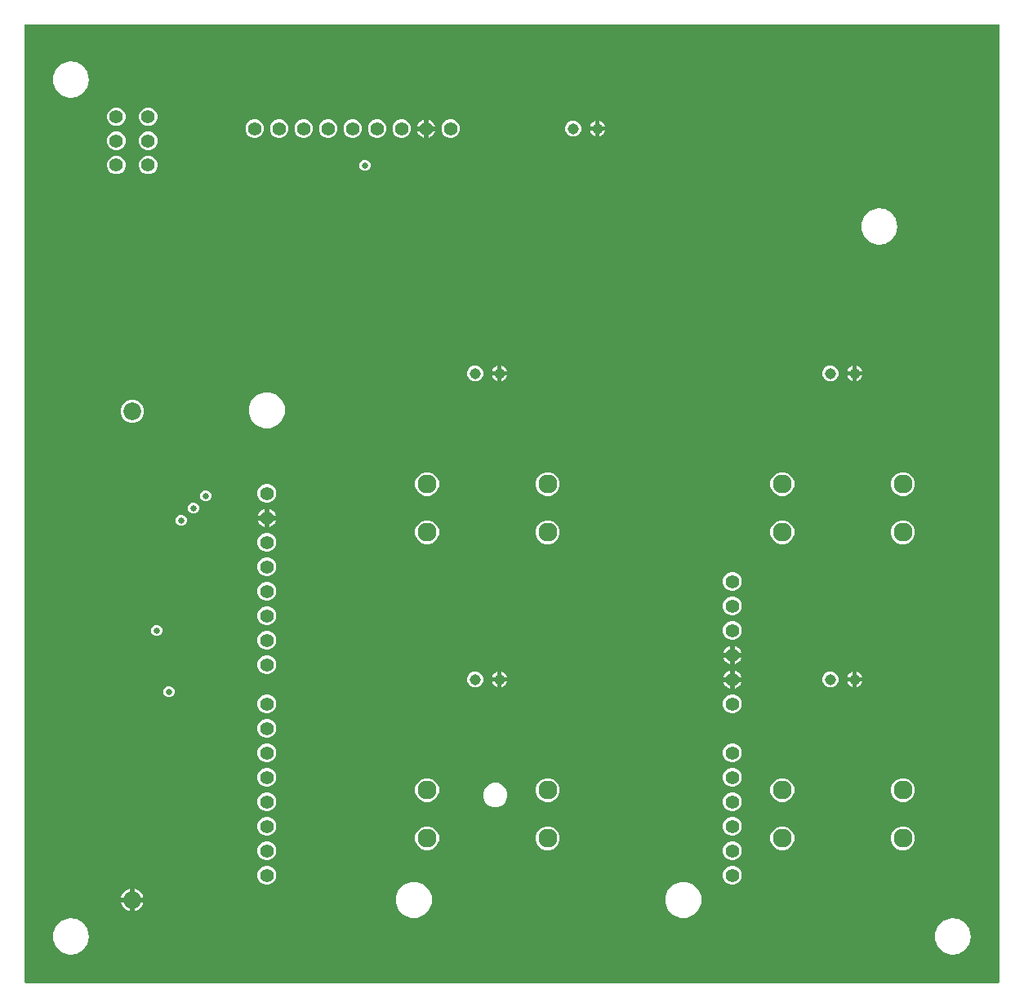
<source format=gbr>
G04 EAGLE Gerber RS-274X export*
G75*
%MOMM*%
%FSLAX34Y34*%
%LPD*%
%INCopper Layer 2*%
%IPPOS*%
%AMOC8*
5,1,8,0,0,1.08239X$1,22.5*%
G01*
%ADD10C,1.849119*%
%ADD11C,1.422400*%
%ADD12C,1.400000*%
%ADD13C,1.137919*%
%ADD14C,1.960000*%
%ADD15C,0.654800*%

G36*
X1012308Y2556D02*
X1012308Y2556D01*
X1012427Y2563D01*
X1012465Y2576D01*
X1012506Y2581D01*
X1012616Y2624D01*
X1012729Y2661D01*
X1012764Y2683D01*
X1012801Y2698D01*
X1012897Y2767D01*
X1012998Y2831D01*
X1013026Y2861D01*
X1013059Y2884D01*
X1013135Y2976D01*
X1013216Y3063D01*
X1013236Y3098D01*
X1013261Y3129D01*
X1013312Y3237D01*
X1013370Y3341D01*
X1013380Y3381D01*
X1013397Y3417D01*
X1013419Y3534D01*
X1013449Y3649D01*
X1013453Y3709D01*
X1013457Y3729D01*
X1013455Y3750D01*
X1013459Y3810D01*
X1013459Y996190D01*
X1013444Y996308D01*
X1013437Y996427D01*
X1013424Y996465D01*
X1013419Y996506D01*
X1013376Y996616D01*
X1013339Y996729D01*
X1013317Y996764D01*
X1013302Y996801D01*
X1013233Y996897D01*
X1013169Y996998D01*
X1013139Y997026D01*
X1013116Y997059D01*
X1013024Y997135D01*
X1012937Y997216D01*
X1012902Y997236D01*
X1012871Y997261D01*
X1012763Y997312D01*
X1012659Y997370D01*
X1012619Y997380D01*
X1012583Y997397D01*
X1012466Y997419D01*
X1012351Y997449D01*
X1012291Y997453D01*
X1012271Y997457D01*
X1012250Y997455D01*
X1012190Y997459D01*
X3810Y997459D01*
X3692Y997444D01*
X3573Y997437D01*
X3535Y997424D01*
X3494Y997419D01*
X3384Y997376D01*
X3271Y997339D01*
X3236Y997317D01*
X3199Y997302D01*
X3103Y997233D01*
X3002Y997169D01*
X2974Y997139D01*
X2941Y997116D01*
X2865Y997024D01*
X2784Y996937D01*
X2764Y996902D01*
X2739Y996871D01*
X2688Y996763D01*
X2630Y996659D01*
X2620Y996619D01*
X2603Y996583D01*
X2581Y996466D01*
X2551Y996351D01*
X2547Y996291D01*
X2543Y996271D01*
X2545Y996250D01*
X2541Y996190D01*
X2541Y3810D01*
X2556Y3692D01*
X2563Y3573D01*
X2576Y3535D01*
X2581Y3494D01*
X2624Y3384D01*
X2661Y3271D01*
X2683Y3236D01*
X2698Y3199D01*
X2767Y3103D01*
X2831Y3002D01*
X2861Y2974D01*
X2884Y2941D01*
X2976Y2865D01*
X3063Y2784D01*
X3098Y2764D01*
X3129Y2739D01*
X3237Y2688D01*
X3341Y2630D01*
X3381Y2620D01*
X3417Y2603D01*
X3534Y2581D01*
X3649Y2551D01*
X3709Y2547D01*
X3729Y2543D01*
X3750Y2545D01*
X3810Y2541D01*
X1012190Y2541D01*
X1012308Y2556D01*
G37*
%LPC*%
G36*
X41289Y923326D02*
X41289Y923326D01*
X35411Y928619D01*
X32193Y935845D01*
X32193Y943755D01*
X35411Y950981D01*
X41289Y956274D01*
X48812Y958718D01*
X56678Y957891D01*
X63528Y953936D01*
X68178Y947537D01*
X69822Y939800D01*
X68178Y932063D01*
X63528Y925664D01*
X56678Y921709D01*
X48812Y920882D01*
X41289Y923326D01*
G37*
%LPD*%
%LPC*%
G36*
X955689Y34326D02*
X955689Y34326D01*
X949811Y39619D01*
X946593Y46845D01*
X946593Y54755D01*
X949811Y61981D01*
X955689Y67274D01*
X963212Y69718D01*
X971078Y68891D01*
X977928Y64936D01*
X982578Y58537D01*
X984222Y50800D01*
X982578Y43063D01*
X977928Y36664D01*
X971078Y32709D01*
X963212Y31882D01*
X955689Y34326D01*
G37*
%LPD*%
%LPC*%
G36*
X879489Y770926D02*
X879489Y770926D01*
X873611Y776219D01*
X870393Y783445D01*
X870393Y791355D01*
X873611Y798581D01*
X879489Y803874D01*
X887012Y806318D01*
X894878Y805491D01*
X901728Y801536D01*
X906378Y795137D01*
X908022Y787400D01*
X906378Y779663D01*
X901728Y773264D01*
X894878Y769309D01*
X887012Y768482D01*
X879489Y770926D01*
G37*
%LPD*%
%LPC*%
G36*
X41289Y34326D02*
X41289Y34326D01*
X35411Y39619D01*
X32193Y46845D01*
X32193Y54755D01*
X35411Y61981D01*
X41289Y67274D01*
X48812Y69718D01*
X56678Y68891D01*
X63528Y64936D01*
X68178Y58537D01*
X69822Y50800D01*
X68178Y43063D01*
X63528Y36664D01*
X56678Y32709D01*
X48812Y31882D01*
X41289Y34326D01*
G37*
%LPD*%
%LPC*%
G36*
X682112Y70359D02*
X682112Y70359D01*
X675298Y73182D01*
X670082Y78398D01*
X667259Y85212D01*
X667259Y92588D01*
X670082Y99402D01*
X675298Y104618D01*
X682112Y107441D01*
X689488Y107441D01*
X696302Y104618D01*
X701518Y99402D01*
X704341Y92588D01*
X704341Y85212D01*
X701518Y78398D01*
X696302Y73182D01*
X689488Y70359D01*
X682112Y70359D01*
G37*
%LPD*%
%LPC*%
G36*
X250312Y578359D02*
X250312Y578359D01*
X243498Y581182D01*
X238282Y586398D01*
X235459Y593212D01*
X235459Y600588D01*
X238282Y607402D01*
X243498Y612618D01*
X250312Y615441D01*
X257688Y615441D01*
X264502Y612618D01*
X269718Y607402D01*
X272541Y600588D01*
X272541Y593212D01*
X269718Y586398D01*
X264502Y581182D01*
X257688Y578359D01*
X250312Y578359D01*
G37*
%LPD*%
%LPC*%
G36*
X402712Y70359D02*
X402712Y70359D01*
X395898Y73182D01*
X390682Y78398D01*
X387859Y85212D01*
X387859Y92588D01*
X390682Y99402D01*
X395898Y104618D01*
X402712Y107441D01*
X410088Y107441D01*
X416902Y104618D01*
X422118Y99402D01*
X424941Y92588D01*
X424941Y85212D01*
X422118Y78398D01*
X416902Y73182D01*
X410088Y70359D01*
X402712Y70359D01*
G37*
%LPD*%
%LPC*%
G36*
X488367Y185063D02*
X488367Y185063D01*
X483758Y186972D01*
X480230Y190500D01*
X478321Y195109D01*
X478321Y200099D01*
X480230Y204708D01*
X483758Y208236D01*
X488367Y210145D01*
X493357Y210145D01*
X497966Y208236D01*
X501494Y204708D01*
X503403Y200099D01*
X503403Y195109D01*
X501494Y190500D01*
X497966Y186972D01*
X493357Y185063D01*
X488367Y185063D01*
G37*
%LPD*%
%LPC*%
G36*
X785945Y190459D02*
X785945Y190459D01*
X781410Y192338D01*
X777938Y195810D01*
X776059Y200345D01*
X776059Y205255D01*
X777938Y209790D01*
X781410Y213262D01*
X785945Y215141D01*
X790855Y215141D01*
X795390Y213262D01*
X798862Y209790D01*
X800741Y205255D01*
X800741Y200345D01*
X798862Y195810D01*
X795390Y192338D01*
X790855Y190459D01*
X785945Y190459D01*
G37*
%LPD*%
%LPC*%
G36*
X910945Y190459D02*
X910945Y190459D01*
X906410Y192338D01*
X902938Y195810D01*
X901059Y200345D01*
X901059Y205255D01*
X902938Y209790D01*
X906410Y213262D01*
X910945Y215141D01*
X915855Y215141D01*
X920390Y213262D01*
X923862Y209790D01*
X925741Y205255D01*
X925741Y200345D01*
X923862Y195810D01*
X920390Y192338D01*
X915855Y190459D01*
X910945Y190459D01*
G37*
%LPD*%
%LPC*%
G36*
X542645Y507959D02*
X542645Y507959D01*
X538110Y509838D01*
X534638Y513310D01*
X532759Y517845D01*
X532759Y522755D01*
X534638Y527290D01*
X538110Y530762D01*
X542645Y532641D01*
X547555Y532641D01*
X552090Y530762D01*
X555562Y527290D01*
X557441Y522755D01*
X557441Y517845D01*
X555562Y513310D01*
X552090Y509838D01*
X547555Y507959D01*
X542645Y507959D01*
G37*
%LPD*%
%LPC*%
G36*
X417645Y507959D02*
X417645Y507959D01*
X413110Y509838D01*
X409638Y513310D01*
X407759Y517845D01*
X407759Y522755D01*
X409638Y527290D01*
X413110Y530762D01*
X417645Y532641D01*
X422555Y532641D01*
X427090Y530762D01*
X430562Y527290D01*
X432441Y522755D01*
X432441Y517845D01*
X430562Y513310D01*
X427090Y509838D01*
X422555Y507959D01*
X417645Y507959D01*
G37*
%LPD*%
%LPC*%
G36*
X910945Y457959D02*
X910945Y457959D01*
X906410Y459838D01*
X902938Y463310D01*
X901059Y467845D01*
X901059Y472755D01*
X902938Y477290D01*
X906410Y480762D01*
X910945Y482641D01*
X915855Y482641D01*
X920390Y480762D01*
X923862Y477290D01*
X925741Y472755D01*
X925741Y467845D01*
X923862Y463310D01*
X920390Y459838D01*
X915855Y457959D01*
X910945Y457959D01*
G37*
%LPD*%
%LPC*%
G36*
X785945Y457959D02*
X785945Y457959D01*
X781410Y459838D01*
X777938Y463310D01*
X776059Y467845D01*
X776059Y472755D01*
X777938Y477290D01*
X781410Y480762D01*
X785945Y482641D01*
X790855Y482641D01*
X795390Y480762D01*
X798862Y477290D01*
X800741Y472755D01*
X800741Y467845D01*
X798862Y463310D01*
X795390Y459838D01*
X790855Y457959D01*
X785945Y457959D01*
G37*
%LPD*%
%LPC*%
G36*
X542645Y457959D02*
X542645Y457959D01*
X538110Y459838D01*
X534638Y463310D01*
X532759Y467845D01*
X532759Y472755D01*
X534638Y477290D01*
X538110Y480762D01*
X542645Y482641D01*
X547555Y482641D01*
X552090Y480762D01*
X555562Y477290D01*
X557441Y472755D01*
X557441Y467845D01*
X555562Y463310D01*
X552090Y459838D01*
X547555Y457959D01*
X542645Y457959D01*
G37*
%LPD*%
%LPC*%
G36*
X417645Y457959D02*
X417645Y457959D01*
X413110Y459838D01*
X409638Y463310D01*
X407759Y467845D01*
X407759Y472755D01*
X409638Y477290D01*
X413110Y480762D01*
X417645Y482641D01*
X422555Y482641D01*
X427090Y480762D01*
X430562Y477290D01*
X432441Y472755D01*
X432441Y467845D01*
X430562Y463310D01*
X427090Y459838D01*
X422555Y457959D01*
X417645Y457959D01*
G37*
%LPD*%
%LPC*%
G36*
X910945Y140459D02*
X910945Y140459D01*
X906410Y142338D01*
X902938Y145810D01*
X901059Y150345D01*
X901059Y155255D01*
X902938Y159790D01*
X906410Y163262D01*
X910945Y165141D01*
X915855Y165141D01*
X920390Y163262D01*
X923862Y159790D01*
X925741Y155255D01*
X925741Y150345D01*
X923862Y145810D01*
X920390Y142338D01*
X915855Y140459D01*
X910945Y140459D01*
G37*
%LPD*%
%LPC*%
G36*
X542645Y140459D02*
X542645Y140459D01*
X538110Y142338D01*
X534638Y145810D01*
X532759Y150345D01*
X532759Y155255D01*
X534638Y159790D01*
X538110Y163262D01*
X542645Y165141D01*
X547555Y165141D01*
X552090Y163262D01*
X555562Y159790D01*
X557441Y155255D01*
X557441Y150345D01*
X555562Y145810D01*
X552090Y142338D01*
X547555Y140459D01*
X542645Y140459D01*
G37*
%LPD*%
%LPC*%
G36*
X417645Y140459D02*
X417645Y140459D01*
X413110Y142338D01*
X409638Y145810D01*
X407759Y150345D01*
X407759Y155255D01*
X409638Y159790D01*
X413110Y163262D01*
X417645Y165141D01*
X422555Y165141D01*
X427090Y163262D01*
X430562Y159790D01*
X432441Y155255D01*
X432441Y150345D01*
X430562Y145810D01*
X427090Y142338D01*
X422555Y140459D01*
X417645Y140459D01*
G37*
%LPD*%
%LPC*%
G36*
X910945Y507959D02*
X910945Y507959D01*
X906410Y509838D01*
X902938Y513310D01*
X901059Y517845D01*
X901059Y522755D01*
X902938Y527290D01*
X906410Y530762D01*
X910945Y532641D01*
X915855Y532641D01*
X920390Y530762D01*
X923862Y527290D01*
X925741Y522755D01*
X925741Y517845D01*
X923862Y513310D01*
X920390Y509838D01*
X915855Y507959D01*
X910945Y507959D01*
G37*
%LPD*%
%LPC*%
G36*
X785945Y140459D02*
X785945Y140459D01*
X781410Y142338D01*
X777938Y145810D01*
X776059Y150345D01*
X776059Y155255D01*
X777938Y159790D01*
X781410Y163262D01*
X785945Y165141D01*
X790855Y165141D01*
X795390Y163262D01*
X798862Y159790D01*
X800741Y155255D01*
X800741Y150345D01*
X798862Y145810D01*
X795390Y142338D01*
X790855Y140459D01*
X785945Y140459D01*
G37*
%LPD*%
%LPC*%
G36*
X785945Y507959D02*
X785945Y507959D01*
X781410Y509838D01*
X777938Y513310D01*
X776059Y517845D01*
X776059Y522755D01*
X777938Y527290D01*
X781410Y530762D01*
X785945Y532641D01*
X790855Y532641D01*
X795390Y530762D01*
X798862Y527290D01*
X800741Y522755D01*
X800741Y517845D01*
X798862Y513310D01*
X795390Y509838D01*
X790855Y507959D01*
X785945Y507959D01*
G37*
%LPD*%
%LPC*%
G36*
X417645Y190459D02*
X417645Y190459D01*
X413110Y192338D01*
X409638Y195810D01*
X407759Y200345D01*
X407759Y205255D01*
X409638Y209790D01*
X413110Y213262D01*
X417645Y215141D01*
X422555Y215141D01*
X427090Y213262D01*
X430562Y209790D01*
X432441Y205255D01*
X432441Y200345D01*
X430562Y195810D01*
X427090Y192338D01*
X422555Y190459D01*
X417645Y190459D01*
G37*
%LPD*%
%LPC*%
G36*
X542645Y190459D02*
X542645Y190459D01*
X538110Y192338D01*
X534638Y195810D01*
X532759Y200345D01*
X532759Y205255D01*
X534638Y209790D01*
X538110Y213262D01*
X542645Y215141D01*
X547555Y215141D01*
X552090Y213262D01*
X555562Y209790D01*
X557441Y205255D01*
X557441Y200345D01*
X555562Y195810D01*
X552090Y192338D01*
X547555Y190459D01*
X542645Y190459D01*
G37*
%LPD*%
%LPC*%
G36*
X111956Y583844D02*
X111956Y583844D01*
X107624Y585638D01*
X104308Y588954D01*
X102514Y593286D01*
X102514Y597974D01*
X104308Y602306D01*
X107624Y605622D01*
X111956Y607416D01*
X116644Y607416D01*
X120976Y605622D01*
X124292Y602306D01*
X126086Y597974D01*
X126086Y593286D01*
X124292Y588954D01*
X120976Y585638D01*
X116644Y583844D01*
X111956Y583844D01*
G37*
%LPD*%
%LPC*%
G36*
X734680Y180847D02*
X734680Y180847D01*
X731132Y182317D01*
X728417Y185032D01*
X726947Y188580D01*
X726947Y192420D01*
X728417Y195968D01*
X731132Y198683D01*
X734680Y200153D01*
X738520Y200153D01*
X742068Y198683D01*
X744783Y195968D01*
X746253Y192420D01*
X746253Y188580D01*
X744783Y185032D01*
X742068Y182317D01*
X738520Y180847D01*
X734680Y180847D01*
G37*
%LPD*%
%LPC*%
G36*
X734680Y358647D02*
X734680Y358647D01*
X731132Y360117D01*
X728417Y362832D01*
X726947Y366380D01*
X726947Y370220D01*
X728417Y373768D01*
X731132Y376483D01*
X734680Y377953D01*
X738520Y377953D01*
X742068Y376483D01*
X744783Y373768D01*
X746253Y370220D01*
X746253Y366380D01*
X744783Y362832D01*
X742068Y360117D01*
X738520Y358647D01*
X734680Y358647D01*
G37*
%LPD*%
%LPC*%
G36*
X252080Y373887D02*
X252080Y373887D01*
X248532Y375357D01*
X245817Y378072D01*
X244347Y381620D01*
X244347Y385460D01*
X245817Y389008D01*
X248532Y391723D01*
X252080Y393193D01*
X255920Y393193D01*
X259468Y391723D01*
X262183Y389008D01*
X263653Y385460D01*
X263653Y381620D01*
X262183Y378072D01*
X259468Y375357D01*
X255920Y373887D01*
X252080Y373887D01*
G37*
%LPD*%
%LPC*%
G36*
X252080Y450087D02*
X252080Y450087D01*
X248532Y451557D01*
X245817Y454272D01*
X244347Y457820D01*
X244347Y461660D01*
X245817Y465208D01*
X248532Y467923D01*
X252080Y469393D01*
X255920Y469393D01*
X259468Y467923D01*
X262183Y465208D01*
X263653Y461660D01*
X263653Y457820D01*
X262183Y454272D01*
X259468Y451557D01*
X255920Y450087D01*
X252080Y450087D01*
G37*
%LPD*%
%LPC*%
G36*
X734680Y155447D02*
X734680Y155447D01*
X731132Y156917D01*
X728417Y159632D01*
X726947Y163180D01*
X726947Y167020D01*
X728417Y170568D01*
X731132Y173283D01*
X734680Y174753D01*
X738520Y174753D01*
X742068Y173283D01*
X744783Y170568D01*
X746253Y167020D01*
X746253Y163180D01*
X744783Y159632D01*
X742068Y156917D01*
X738520Y155447D01*
X734680Y155447D01*
G37*
%LPD*%
%LPC*%
G36*
X252080Y323087D02*
X252080Y323087D01*
X248532Y324557D01*
X245817Y327272D01*
X244347Y330820D01*
X244347Y334660D01*
X245817Y338208D01*
X248532Y340923D01*
X252080Y342393D01*
X255920Y342393D01*
X259468Y340923D01*
X262183Y338208D01*
X263653Y334660D01*
X263653Y330820D01*
X262183Y327272D01*
X259468Y324557D01*
X255920Y323087D01*
X252080Y323087D01*
G37*
%LPD*%
%LPC*%
G36*
X252080Y155447D02*
X252080Y155447D01*
X248532Y156917D01*
X245817Y159632D01*
X244347Y163180D01*
X244347Y167020D01*
X245817Y170568D01*
X248532Y173283D01*
X252080Y174753D01*
X255920Y174753D01*
X259468Y173283D01*
X262183Y170568D01*
X263653Y167020D01*
X263653Y163180D01*
X262183Y159632D01*
X259468Y156917D01*
X255920Y155447D01*
X252080Y155447D01*
G37*
%LPD*%
%LPC*%
G36*
X734680Y409447D02*
X734680Y409447D01*
X731132Y410917D01*
X728417Y413632D01*
X726947Y417180D01*
X726947Y421020D01*
X728417Y424568D01*
X731132Y427283D01*
X734680Y428753D01*
X738520Y428753D01*
X742068Y427283D01*
X744783Y424568D01*
X746253Y421020D01*
X746253Y417180D01*
X744783Y413632D01*
X742068Y410917D01*
X738520Y409447D01*
X734680Y409447D01*
G37*
%LPD*%
%LPC*%
G36*
X734680Y384047D02*
X734680Y384047D01*
X731132Y385517D01*
X728417Y388232D01*
X726947Y391780D01*
X726947Y395620D01*
X728417Y399168D01*
X731132Y401883D01*
X734680Y403353D01*
X738520Y403353D01*
X742068Y401883D01*
X744783Y399168D01*
X746253Y395620D01*
X746253Y391780D01*
X744783Y388232D01*
X742068Y385517D01*
X738520Y384047D01*
X734680Y384047D01*
G37*
%LPD*%
%LPC*%
G36*
X252080Y180847D02*
X252080Y180847D01*
X248532Y182317D01*
X245817Y185032D01*
X244347Y188580D01*
X244347Y192420D01*
X245817Y195968D01*
X248532Y198683D01*
X252080Y200153D01*
X255920Y200153D01*
X259468Y198683D01*
X262183Y195968D01*
X263653Y192420D01*
X263653Y188580D01*
X262183Y185032D01*
X259468Y182317D01*
X255920Y180847D01*
X252080Y180847D01*
G37*
%LPD*%
%LPC*%
G36*
X252080Y500887D02*
X252080Y500887D01*
X248532Y502357D01*
X245817Y505072D01*
X244347Y508620D01*
X244347Y512460D01*
X245817Y516008D01*
X248532Y518723D01*
X252080Y520193D01*
X255920Y520193D01*
X259468Y518723D01*
X262183Y516008D01*
X263653Y512460D01*
X263653Y508620D01*
X262183Y505072D01*
X259468Y502357D01*
X255920Y500887D01*
X252080Y500887D01*
G37*
%LPD*%
%LPC*%
G36*
X734680Y130047D02*
X734680Y130047D01*
X731132Y131517D01*
X728417Y134232D01*
X726947Y137780D01*
X726947Y141620D01*
X728417Y145168D01*
X731132Y147883D01*
X734680Y149353D01*
X738520Y149353D01*
X742068Y147883D01*
X744783Y145168D01*
X746253Y141620D01*
X746253Y137780D01*
X744783Y134232D01*
X742068Y131517D01*
X738520Y130047D01*
X734680Y130047D01*
G37*
%LPD*%
%LPC*%
G36*
X252080Y130047D02*
X252080Y130047D01*
X248532Y131517D01*
X245817Y134232D01*
X244347Y137780D01*
X244347Y141620D01*
X245817Y145168D01*
X248532Y147883D01*
X252080Y149353D01*
X255920Y149353D01*
X259468Y147883D01*
X262183Y145168D01*
X263653Y141620D01*
X263653Y137780D01*
X262183Y134232D01*
X259468Y131517D01*
X255920Y130047D01*
X252080Y130047D01*
G37*
%LPD*%
%LPC*%
G36*
X252080Y104647D02*
X252080Y104647D01*
X248532Y106117D01*
X245817Y108832D01*
X244347Y112380D01*
X244347Y116220D01*
X245817Y119768D01*
X248532Y122483D01*
X252080Y123953D01*
X255920Y123953D01*
X259468Y122483D01*
X262183Y119768D01*
X263653Y116220D01*
X263653Y112380D01*
X262183Y108832D01*
X259468Y106117D01*
X255920Y104647D01*
X252080Y104647D01*
G37*
%LPD*%
%LPC*%
G36*
X734680Y231647D02*
X734680Y231647D01*
X731132Y233117D01*
X728417Y235832D01*
X726947Y239380D01*
X726947Y243220D01*
X728417Y246768D01*
X731132Y249483D01*
X734680Y250953D01*
X738520Y250953D01*
X742068Y249483D01*
X744783Y246768D01*
X746253Y243220D01*
X746253Y239380D01*
X744783Y235832D01*
X742068Y233117D01*
X738520Y231647D01*
X734680Y231647D01*
G37*
%LPD*%
%LPC*%
G36*
X252080Y231647D02*
X252080Y231647D01*
X248532Y233117D01*
X245817Y235832D01*
X244347Y239380D01*
X244347Y243220D01*
X245817Y246768D01*
X248532Y249483D01*
X252080Y250953D01*
X255920Y250953D01*
X259468Y249483D01*
X262183Y246768D01*
X263653Y243220D01*
X263653Y239380D01*
X262183Y235832D01*
X259468Y233117D01*
X255920Y231647D01*
X252080Y231647D01*
G37*
%LPD*%
%LPC*%
G36*
X734680Y206247D02*
X734680Y206247D01*
X731132Y207717D01*
X728417Y210432D01*
X726947Y213980D01*
X726947Y217820D01*
X728417Y221368D01*
X731132Y224083D01*
X734680Y225553D01*
X738520Y225553D01*
X742068Y224083D01*
X744783Y221368D01*
X746253Y217820D01*
X746253Y213980D01*
X744783Y210432D01*
X742068Y207717D01*
X738520Y206247D01*
X734680Y206247D01*
G37*
%LPD*%
%LPC*%
G36*
X252080Y424687D02*
X252080Y424687D01*
X248532Y426157D01*
X245817Y428872D01*
X244347Y432420D01*
X244347Y436260D01*
X245817Y439808D01*
X248532Y442523D01*
X252080Y443993D01*
X255920Y443993D01*
X259468Y442523D01*
X262183Y439808D01*
X263653Y436260D01*
X263653Y432420D01*
X262183Y428872D01*
X259468Y426157D01*
X255920Y424687D01*
X252080Y424687D01*
G37*
%LPD*%
%LPC*%
G36*
X734680Y282447D02*
X734680Y282447D01*
X731132Y283917D01*
X728417Y286632D01*
X726947Y290180D01*
X726947Y294020D01*
X728417Y297568D01*
X731132Y300283D01*
X734680Y301753D01*
X738520Y301753D01*
X742068Y300283D01*
X744783Y297568D01*
X746253Y294020D01*
X746253Y290180D01*
X744783Y286632D01*
X742068Y283917D01*
X738520Y282447D01*
X734680Y282447D01*
G37*
%LPD*%
%LPC*%
G36*
X252080Y257047D02*
X252080Y257047D01*
X248532Y258517D01*
X245817Y261232D01*
X244347Y264780D01*
X244347Y268620D01*
X245817Y272168D01*
X248532Y274883D01*
X252080Y276353D01*
X255920Y276353D01*
X259468Y274883D01*
X262183Y272168D01*
X263653Y268620D01*
X263653Y264780D01*
X262183Y261232D01*
X259468Y258517D01*
X255920Y257047D01*
X252080Y257047D01*
G37*
%LPD*%
%LPC*%
G36*
X252080Y206247D02*
X252080Y206247D01*
X248532Y207717D01*
X245817Y210432D01*
X244347Y213980D01*
X244347Y217820D01*
X245817Y221368D01*
X248532Y224083D01*
X252080Y225553D01*
X255920Y225553D01*
X259468Y224083D01*
X262183Y221368D01*
X263653Y217820D01*
X263653Y213980D01*
X262183Y210432D01*
X259468Y207717D01*
X255920Y206247D01*
X252080Y206247D01*
G37*
%LPD*%
%LPC*%
G36*
X734680Y104647D02*
X734680Y104647D01*
X731132Y106117D01*
X728417Y108832D01*
X726947Y112380D01*
X726947Y116220D01*
X728417Y119768D01*
X731132Y122483D01*
X734680Y123953D01*
X738520Y123953D01*
X742068Y122483D01*
X744783Y119768D01*
X746253Y116220D01*
X746253Y112380D01*
X744783Y108832D01*
X742068Y106117D01*
X738520Y104647D01*
X734680Y104647D01*
G37*
%LPD*%
%LPC*%
G36*
X252080Y399287D02*
X252080Y399287D01*
X248532Y400757D01*
X245817Y403472D01*
X244347Y407020D01*
X244347Y410860D01*
X245817Y414408D01*
X248532Y417123D01*
X252080Y418593D01*
X255920Y418593D01*
X259468Y417123D01*
X262183Y414408D01*
X263653Y410860D01*
X263653Y407020D01*
X262183Y403472D01*
X259468Y400757D01*
X255920Y399287D01*
X252080Y399287D01*
G37*
%LPD*%
%LPC*%
G36*
X252080Y348487D02*
X252080Y348487D01*
X248532Y349957D01*
X245817Y352672D01*
X244347Y356220D01*
X244347Y360060D01*
X245817Y363608D01*
X248532Y366323D01*
X252080Y367793D01*
X255920Y367793D01*
X259468Y366323D01*
X262183Y363608D01*
X263653Y360060D01*
X263653Y356220D01*
X262183Y352672D01*
X259468Y349957D01*
X255920Y348487D01*
X252080Y348487D01*
G37*
%LPD*%
%LPC*%
G36*
X252080Y282447D02*
X252080Y282447D01*
X248532Y283917D01*
X245817Y286632D01*
X244347Y290180D01*
X244347Y294020D01*
X245817Y297568D01*
X248532Y300283D01*
X252080Y301753D01*
X255920Y301753D01*
X259468Y300283D01*
X262183Y297568D01*
X263653Y294020D01*
X263653Y290180D01*
X262183Y286632D01*
X259468Y283917D01*
X255920Y282447D01*
X252080Y282447D01*
G37*
%LPD*%
%LPC*%
G36*
X95902Y891759D02*
X95902Y891759D01*
X92396Y893212D01*
X89712Y895896D01*
X88259Y899402D01*
X88259Y903198D01*
X89712Y906704D01*
X92396Y909388D01*
X95902Y910841D01*
X99698Y910841D01*
X103204Y909388D01*
X105888Y906704D01*
X107341Y903198D01*
X107341Y899402D01*
X105888Y895896D01*
X103204Y893212D01*
X99698Y891759D01*
X95902Y891759D01*
G37*
%LPD*%
%LPC*%
G36*
X442602Y879459D02*
X442602Y879459D01*
X439096Y880912D01*
X436412Y883596D01*
X434959Y887102D01*
X434959Y890898D01*
X436412Y894404D01*
X439096Y897088D01*
X442602Y898541D01*
X446398Y898541D01*
X449904Y897088D01*
X452588Y894404D01*
X454041Y890898D01*
X454041Y887102D01*
X452588Y883596D01*
X449904Y880912D01*
X446398Y879459D01*
X442602Y879459D01*
G37*
%LPD*%
%LPC*%
G36*
X391802Y879459D02*
X391802Y879459D01*
X388296Y880912D01*
X385612Y883596D01*
X384159Y887102D01*
X384159Y890898D01*
X385612Y894404D01*
X388296Y897088D01*
X391802Y898541D01*
X395598Y898541D01*
X399104Y897088D01*
X401788Y894404D01*
X403241Y890898D01*
X403241Y887102D01*
X401788Y883596D01*
X399104Y880912D01*
X395598Y879459D01*
X391802Y879459D01*
G37*
%LPD*%
%LPC*%
G36*
X366402Y879459D02*
X366402Y879459D01*
X362896Y880912D01*
X360212Y883596D01*
X358759Y887102D01*
X358759Y890898D01*
X360212Y894404D01*
X362896Y897088D01*
X366402Y898541D01*
X370198Y898541D01*
X373704Y897088D01*
X376388Y894404D01*
X377841Y890898D01*
X377841Y887102D01*
X376388Y883596D01*
X373704Y880912D01*
X370198Y879459D01*
X366402Y879459D01*
G37*
%LPD*%
%LPC*%
G36*
X290202Y879459D02*
X290202Y879459D01*
X286696Y880912D01*
X284012Y883596D01*
X282559Y887102D01*
X282559Y890898D01*
X284012Y894404D01*
X286696Y897088D01*
X290202Y898541D01*
X293998Y898541D01*
X297504Y897088D01*
X300188Y894404D01*
X301641Y890898D01*
X301641Y887102D01*
X300188Y883596D01*
X297504Y880912D01*
X293998Y879459D01*
X290202Y879459D01*
G37*
%LPD*%
%LPC*%
G36*
X264802Y879459D02*
X264802Y879459D01*
X261296Y880912D01*
X258612Y883596D01*
X257159Y887102D01*
X257159Y890898D01*
X258612Y894404D01*
X261296Y897088D01*
X264802Y898541D01*
X268598Y898541D01*
X272104Y897088D01*
X274788Y894404D01*
X276241Y890898D01*
X276241Y887102D01*
X274788Y883596D01*
X272104Y880912D01*
X268598Y879459D01*
X264802Y879459D01*
G37*
%LPD*%
%LPC*%
G36*
X239402Y879459D02*
X239402Y879459D01*
X235896Y880912D01*
X233212Y883596D01*
X231759Y887102D01*
X231759Y890898D01*
X233212Y894404D01*
X235896Y897088D01*
X239402Y898541D01*
X243198Y898541D01*
X246704Y897088D01*
X249388Y894404D01*
X250841Y890898D01*
X250841Y887102D01*
X249388Y883596D01*
X246704Y880912D01*
X243198Y879459D01*
X239402Y879459D01*
G37*
%LPD*%
%LPC*%
G36*
X341002Y879459D02*
X341002Y879459D01*
X337496Y880912D01*
X334812Y883596D01*
X333359Y887102D01*
X333359Y890898D01*
X334812Y894404D01*
X337496Y897088D01*
X341002Y898541D01*
X344798Y898541D01*
X348304Y897088D01*
X350988Y894404D01*
X352441Y890898D01*
X352441Y887102D01*
X350988Y883596D01*
X348304Y880912D01*
X344798Y879459D01*
X341002Y879459D01*
G37*
%LPD*%
%LPC*%
G36*
X315602Y879459D02*
X315602Y879459D01*
X312096Y880912D01*
X309412Y883596D01*
X307959Y887102D01*
X307959Y890898D01*
X309412Y894404D01*
X312096Y897088D01*
X315602Y898541D01*
X319398Y898541D01*
X322904Y897088D01*
X325588Y894404D01*
X327041Y890898D01*
X327041Y887102D01*
X325588Y883596D01*
X322904Y880912D01*
X319398Y879459D01*
X315602Y879459D01*
G37*
%LPD*%
%LPC*%
G36*
X128902Y866759D02*
X128902Y866759D01*
X125396Y868212D01*
X122712Y870896D01*
X121259Y874402D01*
X121259Y878198D01*
X122712Y881704D01*
X125396Y884388D01*
X128902Y885841D01*
X132698Y885841D01*
X136204Y884388D01*
X138888Y881704D01*
X140341Y878198D01*
X140341Y874402D01*
X138888Y870896D01*
X136204Y868212D01*
X132698Y866759D01*
X128902Y866759D01*
G37*
%LPD*%
%LPC*%
G36*
X95902Y866759D02*
X95902Y866759D01*
X92396Y868212D01*
X89712Y870896D01*
X88259Y874402D01*
X88259Y878198D01*
X89712Y881704D01*
X92396Y884388D01*
X95902Y885841D01*
X99698Y885841D01*
X103204Y884388D01*
X105888Y881704D01*
X107341Y878198D01*
X107341Y874402D01*
X105888Y870896D01*
X103204Y868212D01*
X99698Y866759D01*
X95902Y866759D01*
G37*
%LPD*%
%LPC*%
G36*
X128902Y841759D02*
X128902Y841759D01*
X125396Y843212D01*
X122712Y845896D01*
X121259Y849402D01*
X121259Y853198D01*
X122712Y856704D01*
X125396Y859388D01*
X128902Y860841D01*
X132698Y860841D01*
X136204Y859388D01*
X138888Y856704D01*
X140341Y853198D01*
X140341Y849402D01*
X138888Y845896D01*
X136204Y843212D01*
X132698Y841759D01*
X128902Y841759D01*
G37*
%LPD*%
%LPC*%
G36*
X95902Y841759D02*
X95902Y841759D01*
X92396Y843212D01*
X89712Y845896D01*
X88259Y849402D01*
X88259Y853198D01*
X89712Y856704D01*
X92396Y859388D01*
X95902Y860841D01*
X99698Y860841D01*
X103204Y859388D01*
X105888Y856704D01*
X107341Y853198D01*
X107341Y849402D01*
X105888Y845896D01*
X103204Y843212D01*
X99698Y841759D01*
X95902Y841759D01*
G37*
%LPD*%
%LPC*%
G36*
X128902Y891759D02*
X128902Y891759D01*
X125396Y893212D01*
X122712Y895896D01*
X121259Y899402D01*
X121259Y903198D01*
X122712Y906704D01*
X125396Y909388D01*
X128902Y910841D01*
X132698Y910841D01*
X136204Y909388D01*
X138888Y906704D01*
X140341Y903198D01*
X140341Y899402D01*
X138888Y895896D01*
X136204Y893212D01*
X132698Y891759D01*
X128902Y891759D01*
G37*
%LPD*%
%LPC*%
G36*
X569863Y880770D02*
X569863Y880770D01*
X566838Y882023D01*
X564523Y884338D01*
X563270Y887363D01*
X563270Y890637D01*
X564523Y893662D01*
X566838Y895977D01*
X569863Y897230D01*
X573137Y897230D01*
X576162Y895977D01*
X578477Y893662D01*
X579730Y890637D01*
X579730Y887363D01*
X578477Y884338D01*
X576162Y882023D01*
X573137Y880770D01*
X569863Y880770D01*
G37*
%LPD*%
%LPC*%
G36*
X468263Y626770D02*
X468263Y626770D01*
X465238Y628023D01*
X462923Y630338D01*
X461670Y633363D01*
X461670Y636637D01*
X462923Y639662D01*
X465238Y641977D01*
X468263Y643230D01*
X471537Y643230D01*
X474562Y641977D01*
X476877Y639662D01*
X478130Y636637D01*
X478130Y633363D01*
X476877Y630338D01*
X474562Y628023D01*
X471537Y626770D01*
X468263Y626770D01*
G37*
%LPD*%
%LPC*%
G36*
X836563Y626770D02*
X836563Y626770D01*
X833538Y628023D01*
X831223Y630338D01*
X829970Y633363D01*
X829970Y636637D01*
X831223Y639662D01*
X833538Y641977D01*
X836563Y643230D01*
X839837Y643230D01*
X842862Y641977D01*
X845177Y639662D01*
X846430Y636637D01*
X846430Y633363D01*
X845177Y630338D01*
X842862Y628023D01*
X839837Y626770D01*
X836563Y626770D01*
G37*
%LPD*%
%LPC*%
G36*
X836563Y309270D02*
X836563Y309270D01*
X833538Y310523D01*
X831223Y312838D01*
X829970Y315863D01*
X829970Y319137D01*
X831223Y322162D01*
X833538Y324477D01*
X836563Y325730D01*
X839837Y325730D01*
X842862Y324477D01*
X845177Y322162D01*
X846430Y319137D01*
X846430Y315863D01*
X845177Y312838D01*
X842862Y310523D01*
X839837Y309270D01*
X836563Y309270D01*
G37*
%LPD*%
%LPC*%
G36*
X468263Y309270D02*
X468263Y309270D01*
X465238Y310523D01*
X462923Y312838D01*
X461670Y315863D01*
X461670Y319137D01*
X462923Y322162D01*
X465238Y324477D01*
X468263Y325730D01*
X471537Y325730D01*
X474562Y324477D01*
X476877Y322162D01*
X478130Y319137D01*
X478130Y315863D01*
X476877Y312838D01*
X474562Y310523D01*
X471537Y309270D01*
X468263Y309270D01*
G37*
%LPD*%
%LPC*%
G36*
X189343Y502185D02*
X189343Y502185D01*
X187206Y503070D01*
X185570Y504706D01*
X184685Y506843D01*
X184685Y509157D01*
X185570Y511294D01*
X187206Y512930D01*
X189343Y513815D01*
X191657Y513815D01*
X193794Y512930D01*
X195430Y511294D01*
X196315Y509157D01*
X196315Y506843D01*
X195430Y504706D01*
X193794Y503070D01*
X191657Y502185D01*
X189343Y502185D01*
G37*
%LPD*%
%LPC*%
G36*
X163943Y476785D02*
X163943Y476785D01*
X161806Y477670D01*
X160170Y479306D01*
X159285Y481443D01*
X159285Y483757D01*
X160170Y485894D01*
X161806Y487530D01*
X163943Y488415D01*
X166257Y488415D01*
X168394Y487530D01*
X170030Y485894D01*
X170915Y483757D01*
X170915Y481443D01*
X170030Y479306D01*
X168394Y477670D01*
X166257Y476785D01*
X163943Y476785D01*
G37*
%LPD*%
%LPC*%
G36*
X176643Y489485D02*
X176643Y489485D01*
X174506Y490370D01*
X172870Y492006D01*
X171985Y494143D01*
X171985Y496457D01*
X172870Y498594D01*
X174506Y500230D01*
X176643Y501115D01*
X178957Y501115D01*
X181094Y500230D01*
X182730Y498594D01*
X183615Y496457D01*
X183615Y494143D01*
X182730Y492006D01*
X181094Y490370D01*
X178957Y489485D01*
X176643Y489485D01*
G37*
%LPD*%
%LPC*%
G36*
X138543Y362485D02*
X138543Y362485D01*
X136406Y363370D01*
X134770Y365006D01*
X133885Y367143D01*
X133885Y369457D01*
X134770Y371594D01*
X136406Y373230D01*
X138543Y374115D01*
X140857Y374115D01*
X142994Y373230D01*
X144630Y371594D01*
X145515Y369457D01*
X145515Y367143D01*
X144630Y365006D01*
X142994Y363370D01*
X140857Y362485D01*
X138543Y362485D01*
G37*
%LPD*%
%LPC*%
G36*
X151243Y298985D02*
X151243Y298985D01*
X149106Y299870D01*
X147470Y301506D01*
X146585Y303643D01*
X146585Y305957D01*
X147470Y308094D01*
X149106Y309730D01*
X151243Y310615D01*
X153557Y310615D01*
X155694Y309730D01*
X157330Y308094D01*
X158215Y305957D01*
X158215Y303643D01*
X157330Y301506D01*
X155694Y299870D01*
X153557Y298985D01*
X151243Y298985D01*
G37*
%LPD*%
%LPC*%
G36*
X354443Y845085D02*
X354443Y845085D01*
X352306Y845970D01*
X350670Y847606D01*
X349785Y849743D01*
X349785Y852057D01*
X350670Y854194D01*
X352306Y855830D01*
X354443Y856715D01*
X356757Y856715D01*
X358894Y855830D01*
X360530Y854194D01*
X361415Y852057D01*
X361415Y849743D01*
X360530Y847606D01*
X358894Y845970D01*
X356757Y845085D01*
X354443Y845085D01*
G37*
%LPD*%
%LPC*%
G36*
X116839Y91439D02*
X116839Y91439D01*
X116839Y100431D01*
X117060Y100396D01*
X118824Y99823D01*
X120477Y98981D01*
X121978Y97890D01*
X123290Y96578D01*
X124381Y95077D01*
X125223Y93424D01*
X125796Y91660D01*
X125831Y91439D01*
X116839Y91439D01*
G37*
%LPD*%
%LPC*%
G36*
X116839Y86361D02*
X116839Y86361D01*
X125831Y86361D01*
X125796Y86140D01*
X125223Y84376D01*
X124381Y82723D01*
X123290Y81222D01*
X121978Y79910D01*
X120477Y78819D01*
X118824Y77977D01*
X117060Y77404D01*
X116839Y77369D01*
X116839Y86361D01*
G37*
%LPD*%
%LPC*%
G36*
X102769Y91439D02*
X102769Y91439D01*
X102804Y91660D01*
X103377Y93424D01*
X104219Y95077D01*
X105310Y96578D01*
X106622Y97890D01*
X108123Y98981D01*
X109776Y99823D01*
X111540Y100396D01*
X111761Y100431D01*
X111761Y91439D01*
X102769Y91439D01*
G37*
%LPD*%
%LPC*%
G36*
X111540Y77404D02*
X111540Y77404D01*
X109776Y77977D01*
X108123Y78819D01*
X106622Y79910D01*
X105310Y81222D01*
X104219Y82723D01*
X103377Y84376D01*
X102804Y86140D01*
X102769Y86361D01*
X111761Y86361D01*
X111761Y77369D01*
X111540Y77404D01*
G37*
%LPD*%
%LPC*%
G36*
X739139Y320039D02*
X739139Y320039D01*
X739139Y326824D01*
X740305Y326446D01*
X741659Y325756D01*
X742888Y324863D01*
X743963Y323788D01*
X744856Y322559D01*
X745546Y321205D01*
X745924Y320039D01*
X739139Y320039D01*
G37*
%LPD*%
%LPC*%
G36*
X256539Y487679D02*
X256539Y487679D01*
X256539Y494464D01*
X257705Y494086D01*
X259059Y493396D01*
X260288Y492503D01*
X261363Y491428D01*
X262256Y490199D01*
X262946Y488845D01*
X263324Y487679D01*
X256539Y487679D01*
G37*
%LPD*%
%LPC*%
G36*
X739139Y345439D02*
X739139Y345439D01*
X739139Y352224D01*
X740305Y351846D01*
X741659Y351156D01*
X742888Y350263D01*
X743963Y349188D01*
X744856Y347959D01*
X745546Y346605D01*
X745924Y345439D01*
X739139Y345439D01*
G37*
%LPD*%
%LPC*%
G36*
X256539Y482601D02*
X256539Y482601D01*
X263324Y482601D01*
X262946Y481435D01*
X262256Y480081D01*
X261363Y478852D01*
X260288Y477777D01*
X259059Y476884D01*
X257705Y476194D01*
X256539Y475816D01*
X256539Y482601D01*
G37*
%LPD*%
%LPC*%
G36*
X244676Y487679D02*
X244676Y487679D01*
X245054Y488845D01*
X245744Y490199D01*
X246637Y491428D01*
X247712Y492503D01*
X248941Y493396D01*
X250295Y494086D01*
X251461Y494464D01*
X251461Y487679D01*
X244676Y487679D01*
G37*
%LPD*%
%LPC*%
G36*
X739139Y314961D02*
X739139Y314961D01*
X745924Y314961D01*
X745546Y313795D01*
X744856Y312441D01*
X743963Y311212D01*
X742888Y310137D01*
X741659Y309244D01*
X740305Y308554D01*
X739139Y308176D01*
X739139Y314961D01*
G37*
%LPD*%
%LPC*%
G36*
X727276Y320039D02*
X727276Y320039D01*
X727654Y321205D01*
X728344Y322559D01*
X729237Y323788D01*
X730312Y324863D01*
X731541Y325756D01*
X732895Y326446D01*
X734061Y326824D01*
X734061Y320039D01*
X727276Y320039D01*
G37*
%LPD*%
%LPC*%
G36*
X739139Y340361D02*
X739139Y340361D01*
X745924Y340361D01*
X745546Y339195D01*
X744856Y337841D01*
X743963Y336612D01*
X742888Y335537D01*
X741659Y334644D01*
X740305Y333954D01*
X739139Y333576D01*
X739139Y340361D01*
G37*
%LPD*%
%LPC*%
G36*
X727276Y345439D02*
X727276Y345439D01*
X727654Y346605D01*
X728344Y347959D01*
X729237Y349188D01*
X730312Y350263D01*
X731541Y351156D01*
X732895Y351846D01*
X734061Y352224D01*
X734061Y345439D01*
X727276Y345439D01*
G37*
%LPD*%
%LPC*%
G36*
X732895Y333954D02*
X732895Y333954D01*
X731541Y334644D01*
X730312Y335537D01*
X729237Y336612D01*
X728344Y337841D01*
X727654Y339195D01*
X727276Y340361D01*
X734061Y340361D01*
X734061Y333576D01*
X732895Y333954D01*
G37*
%LPD*%
%LPC*%
G36*
X732895Y308554D02*
X732895Y308554D01*
X731541Y309244D01*
X730312Y310137D01*
X729237Y311212D01*
X728344Y312441D01*
X727654Y313795D01*
X727276Y314961D01*
X734061Y314961D01*
X734061Y308176D01*
X732895Y308554D01*
G37*
%LPD*%
%LPC*%
G36*
X250295Y476194D02*
X250295Y476194D01*
X248941Y476884D01*
X247712Y477777D01*
X246637Y478852D01*
X245744Y480081D01*
X245054Y481435D01*
X244676Y482601D01*
X251461Y482601D01*
X251461Y475816D01*
X250295Y476194D01*
G37*
%LPD*%
%LPC*%
G36*
X421599Y891499D02*
X421599Y891499D01*
X421599Y898220D01*
X422762Y897842D01*
X424101Y897160D01*
X425315Y896277D01*
X426377Y895215D01*
X427260Y894001D01*
X427942Y892662D01*
X428320Y891499D01*
X421599Y891499D01*
G37*
%LPD*%
%LPC*%
G36*
X409880Y891499D02*
X409880Y891499D01*
X410258Y892662D01*
X410940Y894001D01*
X411823Y895215D01*
X412885Y896277D01*
X414099Y897160D01*
X415438Y897842D01*
X416601Y898220D01*
X416601Y891499D01*
X409880Y891499D01*
G37*
%LPD*%
%LPC*%
G36*
X421599Y886501D02*
X421599Y886501D01*
X428320Y886501D01*
X427942Y885338D01*
X427260Y883999D01*
X426377Y882785D01*
X425315Y881723D01*
X424101Y880840D01*
X422762Y880158D01*
X421599Y879780D01*
X421599Y886501D01*
G37*
%LPD*%
%LPC*%
G36*
X415438Y880158D02*
X415438Y880158D01*
X414099Y880840D01*
X412885Y881723D01*
X411823Y882785D01*
X410940Y883999D01*
X410258Y885338D01*
X409880Y886501D01*
X416601Y886501D01*
X416601Y879780D01*
X415438Y880158D01*
G37*
%LPD*%
%LPC*%
G36*
X865631Y319531D02*
X865631Y319531D01*
X865631Y325488D01*
X866001Y325414D01*
X867498Y324794D01*
X868847Y323893D01*
X869993Y322747D01*
X870894Y321398D01*
X871514Y319901D01*
X871588Y319531D01*
X865631Y319531D01*
G37*
%LPD*%
%LPC*%
G36*
X865631Y637031D02*
X865631Y637031D01*
X865631Y642988D01*
X866001Y642914D01*
X867498Y642294D01*
X868847Y641393D01*
X869993Y640247D01*
X870894Y638898D01*
X871514Y637401D01*
X871588Y637031D01*
X865631Y637031D01*
G37*
%LPD*%
%LPC*%
G36*
X497331Y319531D02*
X497331Y319531D01*
X497331Y325488D01*
X497701Y325414D01*
X499198Y324794D01*
X500547Y323893D01*
X501693Y322747D01*
X502594Y321398D01*
X503214Y319901D01*
X503288Y319531D01*
X497331Y319531D01*
G37*
%LPD*%
%LPC*%
G36*
X497331Y637031D02*
X497331Y637031D01*
X497331Y642988D01*
X497701Y642914D01*
X499198Y642294D01*
X500547Y641393D01*
X501693Y640247D01*
X502594Y638898D01*
X503214Y637401D01*
X503288Y637031D01*
X497331Y637031D01*
G37*
%LPD*%
%LPC*%
G36*
X598931Y891031D02*
X598931Y891031D01*
X598931Y896988D01*
X599301Y896914D01*
X600798Y896294D01*
X602147Y895393D01*
X603293Y894247D01*
X604194Y892898D01*
X604814Y891401D01*
X604888Y891031D01*
X598931Y891031D01*
G37*
%LPD*%
%LPC*%
G36*
X588912Y891031D02*
X588912Y891031D01*
X588986Y891401D01*
X589606Y892898D01*
X590507Y894247D01*
X591653Y895393D01*
X593002Y896294D01*
X594499Y896914D01*
X594869Y896988D01*
X594869Y891031D01*
X588912Y891031D01*
G37*
%LPD*%
%LPC*%
G36*
X487312Y637031D02*
X487312Y637031D01*
X487386Y637401D01*
X488006Y638898D01*
X488907Y640247D01*
X490053Y641393D01*
X491402Y642294D01*
X492899Y642914D01*
X493269Y642988D01*
X493269Y637031D01*
X487312Y637031D01*
G37*
%LPD*%
%LPC*%
G36*
X598931Y886969D02*
X598931Y886969D01*
X604888Y886969D01*
X604814Y886599D01*
X604194Y885102D01*
X603293Y883753D01*
X602147Y882607D01*
X600798Y881706D01*
X599301Y881086D01*
X598931Y881012D01*
X598931Y886969D01*
G37*
%LPD*%
%LPC*%
G36*
X855612Y637031D02*
X855612Y637031D01*
X855686Y637401D01*
X856306Y638898D01*
X857207Y640247D01*
X858353Y641393D01*
X859702Y642294D01*
X861199Y642914D01*
X861569Y642988D01*
X861569Y637031D01*
X855612Y637031D01*
G37*
%LPD*%
%LPC*%
G36*
X865631Y632969D02*
X865631Y632969D01*
X871588Y632969D01*
X871514Y632599D01*
X870894Y631102D01*
X869993Y629753D01*
X868847Y628607D01*
X867498Y627706D01*
X866001Y627086D01*
X865631Y627012D01*
X865631Y632969D01*
G37*
%LPD*%
%LPC*%
G36*
X497331Y632969D02*
X497331Y632969D01*
X503288Y632969D01*
X503214Y632599D01*
X502594Y631102D01*
X501693Y629753D01*
X500547Y628607D01*
X499198Y627706D01*
X497701Y627086D01*
X497331Y627012D01*
X497331Y632969D01*
G37*
%LPD*%
%LPC*%
G36*
X497331Y315469D02*
X497331Y315469D01*
X503288Y315469D01*
X503214Y315099D01*
X502594Y313602D01*
X501693Y312253D01*
X500547Y311107D01*
X499198Y310206D01*
X497701Y309586D01*
X497331Y309512D01*
X497331Y315469D01*
G37*
%LPD*%
%LPC*%
G36*
X865631Y315469D02*
X865631Y315469D01*
X871588Y315469D01*
X871514Y315099D01*
X870894Y313602D01*
X869993Y312253D01*
X868847Y311107D01*
X867498Y310206D01*
X866001Y309586D01*
X865631Y309512D01*
X865631Y315469D01*
G37*
%LPD*%
%LPC*%
G36*
X855612Y319531D02*
X855612Y319531D01*
X855686Y319901D01*
X856306Y321398D01*
X857207Y322747D01*
X858353Y323893D01*
X859702Y324794D01*
X861199Y325414D01*
X861569Y325488D01*
X861569Y319531D01*
X855612Y319531D01*
G37*
%LPD*%
%LPC*%
G36*
X487312Y319531D02*
X487312Y319531D01*
X487386Y319901D01*
X488006Y321398D01*
X488907Y322747D01*
X490053Y323893D01*
X491402Y324794D01*
X492899Y325414D01*
X493269Y325488D01*
X493269Y319531D01*
X487312Y319531D01*
G37*
%LPD*%
%LPC*%
G36*
X861199Y627086D02*
X861199Y627086D01*
X859702Y627706D01*
X858353Y628607D01*
X857207Y629753D01*
X856306Y631102D01*
X855686Y632599D01*
X855612Y632969D01*
X861569Y632969D01*
X861569Y627012D01*
X861199Y627086D01*
G37*
%LPD*%
%LPC*%
G36*
X861199Y309586D02*
X861199Y309586D01*
X859702Y310206D01*
X858353Y311107D01*
X857207Y312253D01*
X856306Y313602D01*
X855686Y315099D01*
X855612Y315469D01*
X861569Y315469D01*
X861569Y309512D01*
X861199Y309586D01*
G37*
%LPD*%
%LPC*%
G36*
X492899Y309586D02*
X492899Y309586D01*
X491402Y310206D01*
X490053Y311107D01*
X488907Y312253D01*
X488006Y313602D01*
X487386Y315099D01*
X487312Y315469D01*
X493269Y315469D01*
X493269Y309512D01*
X492899Y309586D01*
G37*
%LPD*%
%LPC*%
G36*
X594499Y881086D02*
X594499Y881086D01*
X593002Y881706D01*
X591653Y882607D01*
X590507Y883753D01*
X589606Y885102D01*
X588986Y886599D01*
X588912Y886969D01*
X594869Y886969D01*
X594869Y881012D01*
X594499Y881086D01*
G37*
%LPD*%
%LPC*%
G36*
X492899Y627086D02*
X492899Y627086D01*
X491402Y627706D01*
X490053Y628607D01*
X488907Y629753D01*
X488006Y631102D01*
X487386Y632599D01*
X487312Y632969D01*
X493269Y632969D01*
X493269Y627012D01*
X492899Y627086D01*
G37*
%LPD*%
%LPC*%
G36*
X253999Y485139D02*
X253999Y485139D01*
X253999Y485141D01*
X254001Y485141D01*
X254001Y485139D01*
X253999Y485139D01*
G37*
%LPD*%
%LPC*%
G36*
X736599Y342899D02*
X736599Y342899D01*
X736599Y342901D01*
X736601Y342901D01*
X736601Y342899D01*
X736599Y342899D01*
G37*
%LPD*%
%LPC*%
G36*
X114299Y88899D02*
X114299Y88899D01*
X114299Y88901D01*
X114301Y88901D01*
X114301Y88899D01*
X114299Y88899D01*
G37*
%LPD*%
%LPC*%
G36*
X736599Y317499D02*
X736599Y317499D01*
X736599Y317501D01*
X736601Y317501D01*
X736601Y317499D01*
X736599Y317499D01*
G37*
%LPD*%
D10*
X114300Y88900D03*
X114300Y595630D03*
D11*
X254000Y510540D03*
X254000Y485140D03*
X254000Y459740D03*
X254000Y434340D03*
X254000Y408940D03*
X254000Y383540D03*
X254000Y358140D03*
X254000Y332740D03*
X254000Y292100D03*
X254000Y266700D03*
X254000Y241300D03*
X254000Y215900D03*
X254000Y190500D03*
X254000Y165100D03*
X254000Y139700D03*
X254000Y114300D03*
X736600Y419100D03*
X736600Y393700D03*
X736600Y368300D03*
X736600Y342900D03*
X736600Y317500D03*
X736600Y292100D03*
X736600Y241300D03*
X736600Y215900D03*
X736600Y190500D03*
X736600Y165100D03*
X736600Y139700D03*
X736600Y114300D03*
D12*
X444500Y889000D03*
X419100Y889000D03*
X393700Y889000D03*
X368300Y889000D03*
X342900Y889000D03*
X317500Y889000D03*
X292100Y889000D03*
X266700Y889000D03*
X241300Y889000D03*
D13*
X469900Y635000D03*
X495300Y635000D03*
X838200Y635000D03*
X863600Y635000D03*
X469900Y317500D03*
X495300Y317500D03*
X838200Y317500D03*
X863600Y317500D03*
X571500Y889000D03*
X596900Y889000D03*
D14*
X545100Y520300D03*
X545100Y470300D03*
X420100Y470300D03*
X420100Y520300D03*
X913400Y520300D03*
X913400Y470300D03*
X788400Y470300D03*
X788400Y520300D03*
X545100Y202800D03*
X545100Y152800D03*
X420100Y152800D03*
X420100Y202800D03*
X913400Y202800D03*
X913400Y152800D03*
X788400Y152800D03*
X788400Y202800D03*
D12*
X97800Y851300D03*
X97800Y876300D03*
X97800Y901300D03*
X130800Y851300D03*
X130800Y876300D03*
X130800Y901300D03*
D15*
X139700Y368300D03*
X165100Y482600D03*
X190500Y508000D03*
X152400Y304800D03*
X177800Y495300D03*
X355600Y850900D03*
M02*

</source>
